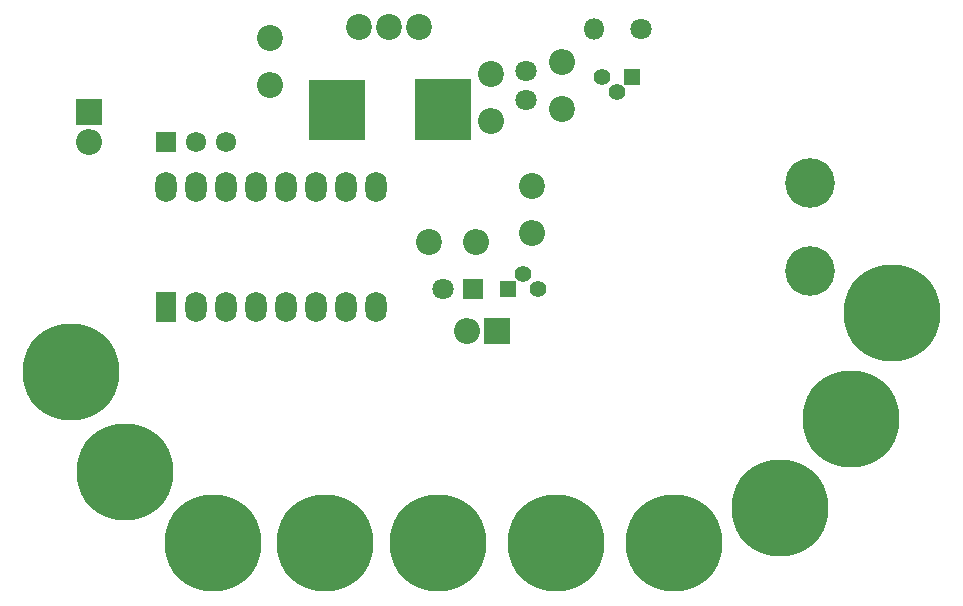
<source format=gbs>
G04 #@! TF.FileFunction,Soldermask,Bot*
%FSLAX46Y46*%
G04 Gerber Fmt 4.6, Leading zero omitted, Abs format (unit mm)*
G04 Created by KiCad (PCBNEW 4.0.7) date 06/25/19 00:48:09*
%MOMM*%
%LPD*%
G01*
G04 APERTURE LIST*
%ADD10C,0.100000*%
%ADD11C,4.200000*%
%ADD12R,1.800000X2.600000*%
%ADD13O,1.800000X2.600000*%
%ADD14C,8.200000*%
%ADD15R,1.800000X1.800000*%
%ADD16C,1.800000*%
%ADD17R,2.200000X2.200000*%
%ADD18O,2.200000X2.200000*%
%ADD19C,1.400000*%
%ADD20R,1.400000X1.400000*%
%ADD21C,2.198980*%
%ADD22R,4.700000X5.200000*%
%ADD23C,2.200000*%
%ADD24O,1.800000X1.800000*%
%ADD25R,1.724000X1.724000*%
%ADD26C,1.724000*%
G04 APERTURE END LIST*
D10*
D11*
X177500000Y-102500000D03*
D12*
X123000000Y-113000000D03*
D13*
X140780000Y-102840000D03*
X125540000Y-113000000D03*
X138240000Y-102840000D03*
X128080000Y-113000000D03*
X135700000Y-102840000D03*
X130620000Y-113000000D03*
X133160000Y-102840000D03*
X133160000Y-113000000D03*
X130620000Y-102840000D03*
X135700000Y-113000000D03*
X128080000Y-102840000D03*
X138240000Y-113000000D03*
X125540000Y-102840000D03*
X140780000Y-113000000D03*
X123000000Y-102840000D03*
D14*
X175000000Y-130000000D03*
D15*
X149000000Y-111500000D03*
D16*
X146500000Y-111500000D03*
X153500000Y-93000000D03*
X153500000Y-95500000D03*
D17*
X151000000Y-115000000D03*
D18*
X148460000Y-115000000D03*
D17*
X116500000Y-96500000D03*
D18*
X116500000Y-99040000D03*
D14*
X136500000Y-133000000D03*
X146000000Y-133000000D03*
X156000000Y-133000000D03*
X166000000Y-133000000D03*
X181000000Y-122500000D03*
X184500000Y-113500000D03*
X115000000Y-118500000D03*
X119500000Y-127000000D03*
X127000000Y-133000000D03*
D19*
X153270000Y-110230000D03*
X154540000Y-111500000D03*
D20*
X152000000Y-111500000D03*
D19*
X161230000Y-94770000D03*
X159960000Y-93500000D03*
D20*
X162500000Y-93500000D03*
D21*
X141910000Y-89300000D03*
X139370000Y-89300000D03*
X144450000Y-89300000D03*
D10*
G36*
X144100000Y-93700000D02*
X148800000Y-93700000D01*
X148800000Y-98900000D01*
X144100000Y-98900000D01*
X144100000Y-93700000D01*
X144100000Y-93700000D01*
G37*
D22*
X137450000Y-96300000D03*
D23*
X145250000Y-107500000D03*
D18*
X149250000Y-107500000D03*
D23*
X154000000Y-102750000D03*
D18*
X154000000Y-106750000D03*
D23*
X131800000Y-90200000D03*
D18*
X131800000Y-94200000D03*
D23*
X150500000Y-93250000D03*
D18*
X150500000Y-97250000D03*
D23*
X156500000Y-96250000D03*
D18*
X156500000Y-92250000D03*
D16*
X163250000Y-89500000D03*
D24*
X159250000Y-89500000D03*
D25*
X123000000Y-99000000D03*
D26*
X125540000Y-99000000D03*
X128080000Y-99000000D03*
D11*
X177500000Y-110000000D03*
M02*

</source>
